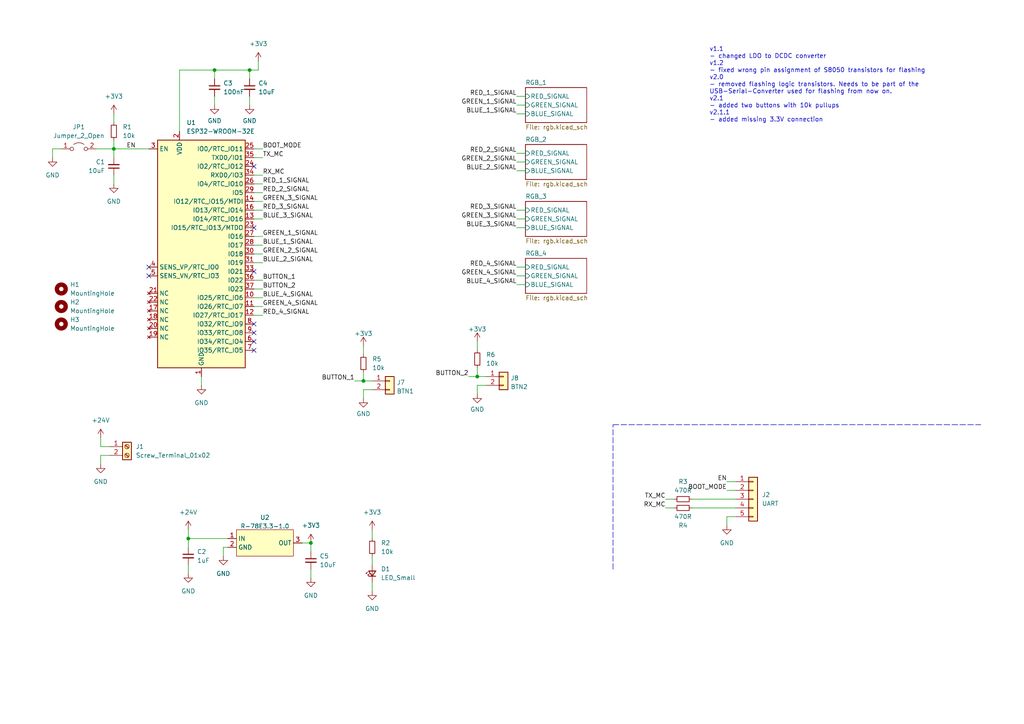
<source format=kicad_sch>
(kicad_sch (version 20211123) (generator eeschema)
  (paper "A4")
  (lib_symbols
    (symbol "Connector:Screw_Terminal_01x02" (pin_names (offset 1.016) hide)
      (property "Reference" "J" (at 0 2.54 0))
      (property "Value" "Screw_Terminal_01x02" (at 0 -5.08 0))
      (symbol "Screw_Terminal_01x02_1_1"
        (rectangle (start -1.27 1.27) (end 1.27 -3.81) (stroke (width 0.254)) (fill (type background)))
        (circle (center 0 -2.54) (radius 0.635) (stroke (width 0.1524)))
        (polyline (pts (xy -0.5334 -2.2098) (xy 0.3302 -3.048)) (stroke (width 0.1524)))
        (polyline (pts (xy -0.5334 0.3302) (xy 0.3302 -0.508)) (stroke (width 0.1524)))
        (polyline (pts (xy -0.3556 -2.032) (xy 0.508 -2.8702)) (stroke (width 0.1524)))
        (polyline (pts (xy -0.3556 0.508) (xy 0.508 -0.3302)) (stroke (width 0.1524)))
        (circle (center 0 0) (radius 0.635) (stroke (width 0.1524)))
        (pin passive line (at -5.08 0 0) (length 3.81) (name "Pin_1") (number "1"))
        (pin passive line (at -5.08 -2.54 0) (length 3.81) (name "Pin_2") (number "2"))
      )
    )
    (symbol "Connector_Generic:Conn_01x02" (pin_names (offset 1.016) hide)
      (property "Reference" "J" (at 0 2.54 0))
      (property "Value" "Conn_01x02" (at 0 -5.08 0))
      (symbol "Conn_01x02_1_1"
        (rectangle (start -1.27 -2.413) (end 0 -2.667) (stroke (width 0.1524)))
        (rectangle (start -1.27 0.127) (end 0 -0.127) (stroke (width 0.1524)))
        (rectangle (start -1.27 1.27) (end 1.27 -3.81) (stroke (width 0.254)) (fill (type background)))
        (pin passive line (at -5.08 0 0) (length 3.81) (name "Pin_1") (number "1"))
        (pin passive line (at -5.08 -2.54 0) (length 3.81) (name "Pin_2") (number "2"))
      )
    )
    (symbol "Connector_Generic:Conn_01x05" (pin_names (offset 1.016) hide)
      (property "Reference" "J" (at 0 7.62 0))
      (property "Value" "Conn_01x05" (at 0 -7.62 0))
      (symbol "Conn_01x05_1_1"
        (rectangle (start -1.27 -4.953) (end 0 -5.207) (stroke (width 0.1524)))
        (rectangle (start -1.27 -2.413) (end 0 -2.667) (stroke (width 0.1524)))
        (rectangle (start -1.27 0.127) (end 0 -0.127) (stroke (width 0.1524)))
        (rectangle (start -1.27 2.667) (end 0 2.413) (stroke (width 0.1524)))
        (rectangle (start -1.27 5.207) (end 0 4.953) (stroke (width 0.1524)))
        (rectangle (start -1.27 6.35) (end 1.27 -6.35) (stroke (width 0.254)) (fill (type background)))
        (pin passive line (at -5.08 5.08 0) (length 3.81) (name "Pin_1") (number "1"))
        (pin passive line (at -5.08 2.54 0) (length 3.81) (name "Pin_2") (number "2"))
        (pin passive line (at -5.08 0 0) (length 3.81) (name "Pin_3") (number "3"))
        (pin passive line (at -5.08 -2.54 0) (length 3.81) (name "Pin_4") (number "4"))
        (pin passive line (at -5.08 -5.08 0) (length 3.81) (name "Pin_5") (number "5"))
      )
    )
    (symbol "Device:C_Small" (pin_numbers hide) (pin_names (offset 0.254) hide)
      (property "Reference" "C" (at 0.254 1.778 0))
      (property "Value" "C_Small" (at 0.254 -2.032 0))
      (symbol "C_Small_0_1"
        (polyline (pts (xy -1.524 -0.508) (xy 1.524 -0.508)) (stroke (width 0.3302)))
        (polyline (pts (xy -1.524 0.508) (xy 1.524 0.508)) (stroke (width 0.3048)))
      )
      (symbol "C_Small_1_1"
        (pin passive line (at 0 2.54 270) (length 2.032) (name "~") (number "1"))
        (pin passive line (at 0 -2.54 90) (length 2.032) (name "~") (number "2"))
      )
    )
    (symbol "Device:LED_Small" (pin_numbers hide) (pin_names (offset 0.254) hide)
      (property "Reference" "D" (at -1.27 3.175 0))
      (property "Value" "LED_Small" (at -4.445 -2.54 0))
      (symbol "LED_Small_0_1"
        (polyline (pts (xy -0.762 -1.016) (xy -0.762 1.016)) (stroke (width 0.254)))
        (polyline (pts (xy 1.016 0) (xy -0.762 0)))
        (polyline (pts (xy 0.762 -1.016) (xy -0.762 0) (xy 0.762 1.016) (xy 0.762 -1.016)) (stroke (width 0.254)))
        (polyline (pts (xy 0 0.762) (xy -0.508 1.27) (xy -0.254 1.27) (xy -0.508 1.27) (xy -0.508 1.016)))
        (polyline (pts (xy 0.508 1.27) (xy 0 1.778) (xy 0.254 1.778) (xy 0 1.778) (xy 0 1.524)))
      )
      (symbol "LED_Small_1_1"
        (pin passive line (at -2.54 0 0) (length 1.778) (name "K") (number "1"))
        (pin passive line (at 2.54 0 180) (length 1.778) (name "A") (number "2"))
      )
    )
    (symbol "Device:R_Small" (pin_numbers hide) (pin_names (offset 0.254) hide)
      (property "Reference" "R" (at 0.762 0.508 0))
      (property "Value" "R_Small" (at 0.762 -1.016 0))
      (symbol "R_Small_0_1"
        (rectangle (start -0.762 1.778) (end 0.762 -1.778) (stroke (width 0.2032)))
      )
      (symbol "R_Small_1_1"
        (pin passive line (at 0 2.54 270) (length 0.762) (name "~") (number "1"))
        (pin passive line (at 0 -2.54 90) (length 0.762) (name "~") (number "2"))
      )
    )
    (symbol "Jumper:Jumper_2_Open" (pin_names (offset 0) hide)
      (property "Reference" "JP" (at 0 2.794 0))
      (property "Value" "Jumper_2_Open" (at 0 -2.286 0))
      (symbol "Jumper_2_Open_0_0"
        (circle (center -2.032 0) (radius 0.508))
        (circle (center 2.032 0) (radius 0.508))
      )
      (symbol "Jumper_2_Open_0_1"
        (arc (start 1.524 1.27) (mid 0 1.778) (end -1.524 1.27))
      )
      (symbol "Jumper_2_Open_1_1"
        (pin passive line (at -5.08 0 0) (length 2.54) (name "A") (number "1"))
        (pin passive line (at 5.08 0 180) (length 2.54) (name "B") (number "2"))
      )
    )
    (symbol "Mechanical:MountingHole" (pin_names (offset 1.016))
      (property "Reference" "H" (at 0 5.08 0))
      (property "Value" "MountingHole" (at 0 3.175 0))
      (symbol "MountingHole_0_1"
        (circle (center 0 0) (radius 1.27) (stroke (width 1.27)))
      )
    )
    (symbol "custom:ESP32-WROOM-32E"
      (property "Reference" "U" (at -12.7 34.29 0))
      (property "Value" "ESP32-WROOM-32E" (at 1.27 34.29 0))
      (symbol "ESP32-WROOM-32E_0_1"
        (rectangle (start -12.7 33.02) (end 12.7 -33.02) (stroke (width 0.254)) (fill (type background)))
      )
      (symbol "ESP32-WROOM-32E_1_1"
        (pin power_in line (at 0 -35.56 90) (length 2.54) (name "GND") (number "1"))
        (pin bidirectional line (at 15.24 -12.7 180) (length 2.54) (name "IO25/RTC_IO6") (number "10"))
        (pin bidirectional line (at 15.24 -15.24 180) (length 2.54) (name "IO26/RTC_IO7") (number "11"))
        (pin bidirectional line (at 15.24 -17.78 180) (length 2.54) (name "IO27/RTC_IO17") (number "12"))
        (pin bidirectional line (at 15.24 10.16 180) (length 2.54) (name "IO14/RTC_IO16") (number "13"))
        (pin bidirectional line (at 15.24 15.24 180) (length 2.54) (name "IO12/RTC_IO15/MTDI") (number "14"))
        (pin passive line (at 0 -35.56 90) (length 2.54) hide (name "GND") (number "15"))
        (pin bidirectional line (at 15.24 12.7 180) (length 2.54) (name "IO13/RTC_IO14") (number "16"))
        (pin no_connect line (at -15.24 -16.51 0) (length 2.54) (name "NC") (number "17"))
        (pin no_connect line (at -15.24 -19.05 0) (length 2.54) (name "NC") (number "18"))
        (pin no_connect line (at -15.24 -24.13 0) (length 2.54) (name "NC") (number "19"))
        (pin power_in line (at -6.35 35.56 270) (length 2.54) (name "VDD") (number "2"))
        (pin no_connect line (at -15.24 -21.59 0) (length 2.54) (name "NC") (number "20"))
        (pin no_connect line (at -15.24 -11.43 0) (length 2.54) (name "NC") (number "21"))
        (pin no_connect line (at -15.24 -13.97 0) (length 2.54) (name "NC") (number "22"))
        (pin bidirectional line (at 15.24 7.62 180) (length 2.54) (name "IO15/RTC_IO13/MTDO") (number "23"))
        (pin bidirectional line (at 15.24 25.4 180) (length 2.54) (name "IO2/RTC_IO12") (number "24"))
        (pin bidirectional line (at 15.24 30.48 180) (length 2.54) (name "IO0/RTC_IO11") (number "25"))
        (pin bidirectional line (at 15.24 20.32 180) (length 2.54) (name "IO4/RTC_IO10") (number "26"))
        (pin bidirectional line (at 15.24 5.08 180) (length 2.54) (name "IO16") (number "27"))
        (pin bidirectional line (at 15.24 2.54 180) (length 2.54) (name "IO17") (number "28"))
        (pin bidirectional line (at 15.24 17.78 180) (length 2.54) (name "IO5") (number "29"))
        (pin input line (at -15.24 30.48 0) (length 2.54) (name "EN") (number "3"))
        (pin bidirectional line (at 15.24 0 180) (length 2.54) (name "IO18") (number "30"))
        (pin bidirectional line (at 15.24 -2.54 180) (length 2.54) (name "IO19") (number "31"))
        (pin no_connect line (at -12.7 -27.94 0) (length 2.54) hide (name "NC") (number "32"))
        (pin bidirectional line (at 15.24 -5.08 180) (length 2.54) (name "IO21") (number "33"))
        (pin bidirectional line (at 15.24 22.86 180) (length 2.54) (name "RXD0/IO3") (number "34"))
        (pin bidirectional line (at 15.24 27.94 180) (length 2.54) (name "TXD0/IO1") (number "35"))
        (pin bidirectional line (at 15.24 -7.62 180) (length 2.54) (name "IO22") (number "36"))
        (pin bidirectional line (at 15.24 -10.16 180) (length 2.54) (name "IO23") (number "37"))
        (pin passive line (at 0 -35.56 90) (length 2.54) hide (name "GND") (number "38"))
        (pin passive line (at 0 -35.56 90) (length 2.54) hide (name "GND") (number "39"))
        (pin input line (at -15.24 -3.81 0) (length 2.54) (name "SENS_VP/RTC_IO0") (number "4"))
        (pin input line (at -15.24 -6.35 0) (length 2.54) (name "SENS_VN/RTC_IO3") (number "5"))
        (pin input line (at 15.24 -25.4 180) (length 2.54) (name "IO34/RTC_IO4") (number "6"))
        (pin input line (at 15.24 -27.94 180) (length 2.54) (name "IO35/RTC_IO5") (number "7"))
        (pin bidirectional line (at 15.24 -20.32 180) (length 2.54) (name "IO32/RTC_IO9") (number "8"))
        (pin bidirectional line (at 15.24 -22.86 180) (length 2.54) (name "IO33/RTC_IO8") (number "9"))
      )
    )
    (symbol "custom:TPS7B88"
      (property "Reference" "U" (at -7.62 2.54 0))
      (property "Value" "TPS7B88" (at -3.81 -6.35 0))
      (symbol "TPS7B88_0_1"
        (rectangle (start -8.89 2.54) (end 7.62 -5.08) (fill (type background)))
      )
      (symbol "TPS7B88_1_1"
        (pin input line (at -11.43 0 0) (length 2.54) (name "IN") (number "1"))
        (pin input line (at -11.43 -2.54 0) (length 2.54) (name "GND") (number "2"))
        (pin output line (at 10.16 -1.27 180) (length 2.54) (name "OUT") (number "3"))
      )
    )
    (symbol "power:+24V" (power) (pin_names (offset 0))
      (property "Value" "+24V" (at 0 3.556 0))
      (symbol "+24V_0_1"
        (polyline (pts (xy -0.762 1.27) (xy 0 2.54)))
        (polyline (pts (xy 0 0) (xy 0 2.54)))
        (polyline (pts (xy 0 2.54) (xy 0.762 1.27)))
      )
      (symbol "+24V_1_1"
        (pin power_in line (at 0 0 90) (length 0) hide (name "+24V") (number "1"))
      )
    )
    (symbol "power:+3V3" (power) (pin_names (offset 0))
      (property "Value" "+3V3" (at 0 3.556 0))
      (symbol "+3V3_0_1"
        (polyline (pts (xy -0.762 1.27) (xy 0 2.54)))
        (polyline (pts (xy 0 0) (xy 0 2.54)))
        (polyline (pts (xy 0 2.54) (xy 0.762 1.27)))
      )
      (symbol "+3V3_1_1"
        (pin power_in line (at 0 0 90) (length 0) hide (name "+3V3") (number "1"))
      )
    )
    (symbol "power:GND" (power) (pin_names (offset 0))
      (property "Value" "GND" (at 0 -3.81 0))
      (symbol "GND_0_1"
        (polyline (pts (xy 0 0) (xy 0 -1.27) (xy 1.27 -1.27) (xy 0 -2.54) (xy -1.27 -1.27) (xy 0 -1.27)))
      )
      (symbol "GND_1_1"
        (pin power_in line (at 0 0 270) (length 0) hide (name "GND") (number "1"))
      )
    )
  )
  (junction (at 72.39 20.32))
  (junction (at 33.02 43.18))
  (junction (at 62.23 20.32))
  (junction (at 54.61 156.21))
  (junction (at 105.41 110.49))
  (junction (at 90.17 157.48))
  (junction (at 138.43 109.22))
  (no_connect (at 73.66 66.04))
  (no_connect (at 73.66 78.74))
  (no_connect (at 73.66 48.26))
  (no_connect (at 73.66 93.98))
  (no_connect (at 73.66 96.52))
  (no_connect (at 73.66 99.06))
  (no_connect (at 73.66 101.6))
  (no_connect (at 43.18 77.47))
  (no_connect (at 43.18 80.01))
  (wire (pts (xy 105.41 113.03) (xy 105.41 115.57)))
  (wire (pts (xy 200.66 144.78) (xy 213.36 144.78)))
  (wire (pts (xy 73.66 71.12) (xy 76.2 71.12)))
  (wire (pts (xy 29.21 132.08) (xy 31.75 132.08)))
  (wire (pts (xy 33.02 43.18) (xy 33.02 45.72)))
  (wire (pts (xy 105.41 107.95) (xy 105.41 110.49)))
  (wire (pts (xy 33.02 50.8) (xy 33.02 53.34)))
  (wire (pts (xy 135.89 109.22) (xy 138.43 109.22)))
  (wire (pts (xy 29.21 134.62) (xy 29.21 132.08)))
  (wire (pts (xy 54.61 163.83) (xy 54.61 166.37)))
  (wire (pts (xy 43.18 43.18) (xy 33.02 43.18)))
  (wire (pts (xy 149.86 27.94) (xy 152.4 27.94)))
  (wire (pts (xy 149.86 46.99) (xy 152.4 46.99)))
  (wire (pts (xy 138.43 109.22) (xy 140.97 109.22)))
  (wire (pts (xy 29.21 129.54) (xy 31.75 129.54)))
  (wire (pts (xy 107.95 113.03) (xy 105.41 113.03)))
  (wire (pts (xy 73.66 60.96) (xy 76.2 60.96)))
  (wire (pts (xy 29.21 127) (xy 29.21 129.54)))
  (wire (pts (xy 210.82 142.24) (xy 213.36 142.24)))
  (wire (pts (xy 52.07 38.1) (xy 52.07 20.32)))
  (wire (pts (xy 58.42 109.22) (xy 58.42 111.76)))
  (wire (pts (xy 62.23 27.94) (xy 62.23 30.48)))
  (wire (pts (xy 107.95 161.29) (xy 107.95 163.83)))
  (wire (pts (xy 33.02 33.02) (xy 33.02 35.56)))
  (wire (pts (xy 72.39 27.94) (xy 72.39 30.48)))
  (wire (pts (xy 64.77 158.75) (xy 64.77 161.29)))
  (wire (pts (xy 73.66 63.5) (xy 76.2 63.5)))
  (wire (pts (xy 54.61 153.67) (xy 54.61 156.21)))
  (wire (pts (xy 193.04 147.32) (xy 195.58 147.32)))
  (wire (pts (xy 193.04 144.78) (xy 195.58 144.78)))
  (wire (pts (xy 73.66 53.34) (xy 76.2 53.34)))
  (wire (pts (xy 149.86 66.04) (xy 152.4 66.04)))
  (wire (pts (xy 73.66 88.9) (xy 76.2 88.9)))
  (wire (pts (xy 33.02 43.18) (xy 33.02 40.64)))
  (wire (pts (xy 73.66 68.58) (xy 76.2 68.58)))
  (wire (pts (xy 73.66 55.88) (xy 76.2 55.88)))
  (wire (pts (xy 105.41 100.33) (xy 105.41 102.87)))
  (polyline (pts (xy 177.8 123.19) (xy 284.48 123.19)))
  (wire (pts (xy 140.97 111.76) (xy 138.43 111.76)))
  (wire (pts (xy 90.17 165.1) (xy 90.17 167.64)))
  (wire (pts (xy 73.66 45.72) (xy 76.2 45.72)))
  (wire (pts (xy 105.41 110.49) (xy 107.95 110.49)))
  (wire (pts (xy 149.86 30.48) (xy 152.4 30.48)))
  (wire (pts (xy 73.66 43.18) (xy 76.2 43.18)))
  (wire (pts (xy 210.82 152.4) (xy 210.82 149.86)))
  (wire (pts (xy 138.43 111.76) (xy 138.43 114.3)))
  (wire (pts (xy 62.23 22.86) (xy 62.23 20.32)))
  (wire (pts (xy 17.78 43.18) (xy 15.24 43.18)))
  (wire (pts (xy 73.66 76.2) (xy 76.2 76.2)))
  (wire (pts (xy 149.86 49.53) (xy 152.4 49.53)))
  (wire (pts (xy 66.04 158.75) (xy 64.77 158.75)))
  (wire (pts (xy 138.43 99.06) (xy 138.43 101.6)))
  (wire (pts (xy 73.66 81.28) (xy 76.2 81.28)))
  (wire (pts (xy 149.86 77.47) (xy 152.4 77.47)))
  (wire (pts (xy 210.82 139.7) (xy 213.36 139.7)))
  (wire (pts (xy 73.66 83.82) (xy 76.2 83.82)))
  (wire (pts (xy 200.66 147.32) (xy 213.36 147.32)))
  (wire (pts (xy 74.93 17.78) (xy 74.93 20.32)))
  (wire (pts (xy 90.17 157.48) (xy 90.17 160.02)))
  (wire (pts (xy 149.86 44.45) (xy 152.4 44.45)))
  (wire (pts (xy 149.86 33.02) (xy 152.4 33.02)))
  (wire (pts (xy 138.43 106.68) (xy 138.43 109.22)))
  (wire (pts (xy 73.66 86.36) (xy 76.2 86.36)))
  (wire (pts (xy 73.66 58.42) (xy 76.2 58.42)))
  (wire (pts (xy 72.39 22.86) (xy 72.39 20.32)))
  (wire (pts (xy 27.94 43.18) (xy 33.02 43.18)))
  (wire (pts (xy 66.04 156.21) (xy 54.61 156.21)))
  (wire (pts (xy 107.95 153.67) (xy 107.95 156.21)))
  (wire (pts (xy 149.86 80.01) (xy 152.4 80.01)))
  (wire (pts (xy 149.86 60.96) (xy 152.4 60.96)))
  (wire (pts (xy 72.39 20.32) (xy 74.93 20.32)))
  (wire (pts (xy 73.66 73.66) (xy 76.2 73.66)))
  (wire (pts (xy 102.87 110.49) (xy 105.41 110.49)))
  (wire (pts (xy 210.82 149.86) (xy 213.36 149.86)))
  (wire (pts (xy 87.63 157.48) (xy 90.17 157.48)))
  (wire (pts (xy 54.61 156.21) (xy 54.61 158.75)))
  (polyline (pts (xy 177.8 165.1) (xy 177.8 123.19)))
  (wire (pts (xy 62.23 20.32) (xy 72.39 20.32)))
  (wire (pts (xy 73.66 91.44) (xy 76.2 91.44)))
  (wire (pts (xy 73.66 50.8) (xy 76.2 50.8)))
  (wire (pts (xy 15.24 43.18) (xy 15.24 45.72)))
  (wire (pts (xy 52.07 20.32) (xy 62.23 20.32)))
  (wire (pts (xy 107.95 168.91) (xy 107.95 171.45)))
  (wire (pts (xy 149.86 82.55) (xy 152.4 82.55)))
  (wire (pts (xy 149.86 63.5) (xy 152.4 63.5)))
  (text "v1.1\n- changed LDO to DCDC converter\nv1.2\n- fixed wrong pin assignment of S8050 transistors for flashing\nv2.0\n- removed flashing logic transistors. Needs to be part of the\nUSB-Serial-Converter used for flashing from now on.\nv2.1\n- added two buttons with 10k pullups\nv2.1.1\n- added missing 3.3V connection" (at 205.74 35.56 0) (effects (font (size 1.27 1.27)) (justify left bottom)))
  (label "GREEN_1_SIGNAL" (at 149.86 30.48 180))
  (label "BUTTON_1" (at 76.2 81.28 0))
  (label "GREEN_4_SIGNAL" (at 149.86 80.01 180))
  (label "RED_2_SIGNAL" (at 149.86 44.45 180))
  (label "BOOT_MODE" (at 76.2 43.18 0))
  (label "RED_3_SIGNAL" (at 149.86 60.96 180))
  (label "GREEN_3_SIGNAL" (at 149.86 63.5 180))
  (label "RED_1_SIGNAL" (at 149.86 27.94 180))
  (label "GREEN_4_SIGNAL" (at 76.2 88.9 0))
  (label "GREEN_2_SIGNAL" (at 149.86 46.99 180))
  (label "BOOT_MODE" (at 210.82 142.24 180))
  (label "BUTTON_2" (at 76.2 83.82 0))
  (label "BLUE_1_SIGNAL" (at 149.86 33.02 180))
  (label "TX_MC" (at 76.2 45.72 0))
  (label "RED_4_SIGNAL" (at 149.86 77.47 180))
  (label "BLUE_1_SIGNAL" (at 76.2 71.12 0))
  (label "BLUE_3_SIGNAL" (at 76.2 63.5 0))
  (label "RX_MC" (at 76.2 50.8 0))
  (label "RED_3_SIGNAL" (at 76.2 60.96 0))
  (label "GREEN_3_SIGNAL" (at 76.2 58.42 0))
  (label "BLUE_3_SIGNAL" (at 149.86 66.04 180))
  (label "BLUE_4_SIGNAL" (at 76.2 86.36 0))
  (label "RED_2_SIGNAL" (at 76.2 55.88 0))
  (label "TX_MC" (at 193.04 144.78 180))
  (label "BLUE_2_SIGNAL" (at 76.2 76.2 0))
  (label "BUTTON_2" (at 135.89 109.22 180))
  (label "BLUE_2_SIGNAL" (at 149.86 49.53 180))
  (label "GREEN_1_SIGNAL" (at 76.2 68.58 0))
  (label "RED_1_SIGNAL" (at 76.2 53.34 0))
  (label "EN" (at 39.37 43.18 180))
  (label "BLUE_4_SIGNAL" (at 149.86 82.55 180))
  (label "BUTTON_1" (at 102.87 110.49 180))
  (label "GREEN_2_SIGNAL" (at 76.2 73.66 0))
  (label "RED_4_SIGNAL" (at 76.2 91.44 0))
  (label "EN" (at 210.82 139.7 180))
  (label "RX_MC" (at 193.04 147.32 180))
  (symbol (lib_id "Device:R_Small") (at 105.41 105.41 180) (unit 1)
    (property "Reference" "R5" (at 107.95 104.1399 0) (effects (justify right)))
    (property "Value" "10k" (at 107.95 106.6799 0) (effects (justify right)))
    (property "Footprint" "Resistor_SMD:R_0603_1608Metric" (effects hide))
  )
  (symbol (lib_id "Device:R_Small") (at 33.02 38.1 0) (unit 1)
    (property "Reference" "R1" (at 35.56 36.8299 0) (effects (justify left)))
    (property "Value" "10k" (at 35.56 39.3699 0) (effects (justify left)))
    (property "Footprint" "Resistor_SMD:R_0603_1608Metric" (effects hide))
  )
  (symbol (lib_id "power:GND") (at 107.95 171.45 0) (unit 1)
    (property "Reference" "#PWR0116" (effects hide))
    (property "Value" "GND" (at 107.95 176.53 0))
  )
  (symbol (lib_id "power:+3V3") (at 74.93 17.78 0) (unit 1)
    (property "Reference" "#PWR0107" (effects hide))
    (property "Value" "+3V3" (at 74.93 12.7 0))
  )
  (symbol (lib_id "Device:R_Small") (at 107.95 158.75 180) (unit 1)
    (property "Reference" "R2" (at 110.49 157.4799 0) (effects (justify right)))
    (property "Value" "10k" (at 110.49 160.0199 0) (effects (justify right)))
    (property "Footprint" "Resistor_SMD:R_0603_1608Metric" (effects hide))
  )
  (symbol (lib_id "Device:C_Small") (at 54.61 161.29 0) (unit 1)
    (property "Reference" "C2" (at 57.15 160.0262 0) (effects (justify left)))
    (property "Value" "1uF" (at 57.15 162.5662 0) (effects (justify left)))
    (property "Footprint" "Capacitor_SMD:C_0805_2012Metric" (effects hide))
    (property "MPN" "UMF212B7105KGHT" (effects hide))
  )
  (symbol (lib_id "power:GND") (at 90.17 167.64 0) (unit 1)
    (property "Reference" "#PWR0114" (effects hide))
    (property "Value" "GND" (at 90.17 172.72 0))
  )
  (symbol (lib_id "power:GND") (at 105.41 115.57 0) (unit 1)
    (property "Reference" "#PWR02" (effects hide))
    (property "Value" "GND" (at 105.41 120.0134 0))
  )
  (symbol (lib_id "Device:C_Small") (at 33.02 48.26 0) (mirror x) (unit 1)
    (property "Reference" "C1" (at 30.48 46.9835 0) (effects (justify right)))
    (property "Value" "10uF" (at 30.48 49.5235 0) (effects (justify right)))
    (property "Footprint" "Capacitor_SMD:C_0805_2012Metric" (effects hide))
  )
  (symbol (lib_id "power:+3V3") (at 138.43 99.06 0) (unit 1)
    (property "Reference" "#PWR03" (effects hide))
    (property "Value" "+3V3" (at 138.43 95.4842 0))
  )
  (symbol (lib_id "Mechanical:MountingHole") (at 17.78 88.9 0) (unit 1)
    (property "Reference" "H2" (at 20.32 87.6299 0) (effects (justify left)))
    (property "Value" "MountingHole" (at 20.32 90.1699 0) (effects (justify left)))
    (property "Footprint" "custom:MountingHole_3.2mm_M3_ISO7380" (effects hide))
  )
  (symbol (lib_id "Connector_Generic:Conn_01x05") (at 218.44 144.78 0) (unit 1)
    (property "Reference" "J2" (at 220.98 143.5099 0) (effects (justify left)))
    (property "Value" "UART" (at 220.98 146.0499 0) (effects (justify left)))
    (property "Footprint" "Connector_PinHeader_2.54mm:PinHeader_1x05_P2.54mm_Vertical" (effects hide))
  )
  (symbol (lib_id "custom:TPS7B88") (at 77.47 156.21 0) (unit 1)
    (property "Reference" "U2" (at 76.835 150.0972 0))
    (property "Value" "R-78E3.3-1.0" (at 76.835 152.6341 0))
    (property "Footprint" "Package_SIP:SIP3_11.6x8.5mm" (effects hide))
    (property "MPN" "TPS7B8833QKVURQ1" (effects hide))
  )
  (symbol (lib_id "Connector_Generic:Conn_01x02") (at 113.03 110.49 0) (unit 1)
    (property "Reference" "J7" (at 115.062 110.9253 0) (effects (justify left)))
    (property "Value" "BTN1" (at 115.062 113.4622 0) (effects (justify left)))
    (property "Footprint" "Connector_PinSocket_2.54mm:PinSocket_1x02_P2.54mm_Vertical" (effects hide))
  )
  (symbol (lib_id "power:+3V3") (at 105.41 100.33 0) (unit 1)
    (property "Reference" "#PWR01" (effects hide))
    (property "Value" "+3V3" (at 105.41 96.7542 0))
  )
  (symbol (lib_id "power:+24V") (at 54.61 153.67 0) (unit 1)
    (property "Reference" "#PWR0108" (effects hide))
    (property "Value" "+24V" (at 54.61 148.59 0))
  )
  (symbol (lib_id "power:GND") (at 29.21 134.62 0) (unit 1)
    (property "Reference" "#PWR0110" (effects hide))
    (property "Value" "GND" (at 29.21 139.7 0))
  )
  (symbol (lib_id "power:GND") (at 64.77 161.29 0) (unit 1)
    (property "Reference" "#PWR0111" (effects hide))
    (property "Value" "GND" (at 64.77 166.37 0))
  )
  (symbol (lib_id "Jumper:Jumper_2_Open") (at 22.86 43.18 0) (unit 1)
    (property "Reference" "JP1" (at 22.86 36.83 0))
    (property "Value" "Jumper_2_Open" (at 22.86 39.37 0))
    (property "Footprint" "Connector_PinHeader_2.54mm:PinHeader_1x02_P2.54mm_Vertical" (effects hide))
  )
  (symbol (lib_id "Connector_Generic:Conn_01x02") (at 146.05 109.22 0) (unit 1)
    (property "Reference" "J8" (at 148.082 109.6553 0) (effects (justify left)))
    (property "Value" "BTN2" (at 148.082 112.1922 0) (effects (justify left)))
    (property "Footprint" "Connector_PinSocket_2.54mm:PinSocket_1x02_P2.54mm_Vertical" (effects hide))
  )
  (symbol (lib_id "power:GND") (at 62.23 30.48 0) (unit 1)
    (property "Reference" "#PWR0104" (effects hide))
    (property "Value" "GND" (at 62.23 35.0425 0))
  )
  (symbol (lib_id "Device:C_Small") (at 72.39 25.4 0) (mirror y) (unit 1)
    (property "Reference" "C4" (at 74.93 24.1362 0) (effects (justify right)))
    (property "Value" "10uF" (at 74.93 26.6762 0) (effects (justify right)))
    (property "Footprint" "Capacitor_SMD:C_0805_2012Metric" (effects hide))
  )
  (symbol (lib_id "power:GND") (at 138.43 114.3 0) (unit 1)
    (property "Reference" "#PWR04" (effects hide))
    (property "Value" "GND" (at 138.43 118.7434 0))
  )
  (symbol (lib_id "Connector:Screw_Terminal_01x02") (at 36.83 129.54 0) (unit 1)
    (property "Reference" "J1" (at 39.37 129.5399 0) (effects (justify left)))
    (property "Value" "Screw_Terminal_01x02" (at 39.37 132.0799 0) (effects (justify left)))
    (property "Footprint" "TerminalBlock_Phoenix:TerminalBlock_Phoenix_MKDS-1,5-2_1x02_P5.00mm_Horizontal" (effects hide))
    (property "MPN" "1935161" (effects hide))
  )
  (symbol (lib_id "Device:R_Small") (at 138.43 104.14 180) (unit 1)
    (property "Reference" "R6" (at 140.97 102.8699 0) (effects (justify right)))
    (property "Value" "10k" (at 140.97 105.4099 0) (effects (justify right)))
    (property "Footprint" "Resistor_SMD:R_0603_1608Metric" (effects hide))
  )
  (symbol (lib_id "power:GND") (at 33.02 53.34 0) (unit 1)
    (property "Reference" "#PWR0103" (effects hide))
    (property "Value" "GND" (at 33.02 58.42 0))
  )
  (symbol (lib_id "power:GND") (at 54.61 166.37 0) (unit 1)
    (property "Reference" "#PWR0109" (effects hide))
    (property "Value" "GND" (at 54.61 171.45 0))
  )
  (symbol (lib_id "Mechanical:MountingHole") (at 17.78 83.82 0) (unit 1)
    (property "Reference" "H1" (at 20.32 82.5499 0) (effects (justify left)))
    (property "Value" "MountingHole" (at 20.32 85.0899 0) (effects (justify left)))
    (property "Footprint" "custom:MountingHole_3.2mm_M3_ISO7380" (effects hide))
  )
  (symbol (lib_id "power:GND") (at 58.42 111.76 0) (unit 1)
    (property "Reference" "#PWR0112" (effects hide))
    (property "Value" "GND" (at 58.42 116.84 0))
  )
  (symbol (lib_id "power:+3V3") (at 107.95 153.67 0) (unit 1)
    (property "Reference" "#PWR0117" (effects hide))
    (property "Value" "+3V3" (at 107.95 148.59 0))
  )
  (symbol (lib_id "Device:C_Small") (at 90.17 162.56 0) (mirror y) (unit 1)
    (property "Reference" "C5" (at 92.71 161.2962 0) (effects (justify right)))
    (property "Value" "10uF" (at 92.71 163.8362 0) (effects (justify right)))
    (property "Footprint" "Capacitor_SMD:C_0805_2012Metric" (effects hide))
  )
  (symbol (lib_id "power:GND") (at 210.82 152.4 0) (unit 1)
    (property "Reference" "#PWR0106" (effects hide))
    (property "Value" "GND" (at 210.82 157.48 0))
  )
  (symbol (lib_id "Device:LED_Small") (at 107.95 166.37 90) (unit 1)
    (property "Reference" "D1" (at 110.49 165.0364 90) (effects (justify right)))
    (property "Value" "LED_Small" (at 110.49 167.5764 90) (effects (justify right)))
    (property "Footprint" "LED_SMD:LED_0603_1608Metric" (effects hide))
  )
  (symbol (lib_id "power:+24V") (at 29.21 127 0) (unit 1)
    (property "Reference" "#PWR0113" (effects hide))
    (property "Value" "+24V" (at 29.21 121.92 0))
  )
  (symbol (lib_id "Mechanical:MountingHole") (at 17.78 93.98 0) (unit 1)
    (property "Reference" "H3" (at 20.32 92.7099 0) (effects (justify left)))
    (property "Value" "MountingHole" (at 20.32 95.2499 0) (effects (justify left)))
    (property "Footprint" "custom:MountingHole_3.2mm_M3_ISO7380" (effects hide))
  )
  (symbol (lib_id "custom:ESP32-WROOM-32E") (at 58.42 73.66 0) (unit 1)
    (property "Reference" "U1" (at 54.0894 35.56 0) (effects (justify left)))
    (property "Value" "ESP32-WROOM-32E" (at 54.0894 38.1 0) (effects (justify left)))
    (property "Footprint" "Espressif:ESP32-WROOM-32E" (effects hide))
    (property "Datasheet" "https://www.espressif.com/sites/default/files/documentation/esp32-wroom-32_datasheet_en.pdf" (effects hide))
  )
  (symbol (lib_id "power:+3V3") (at 33.02 33.02 0) (unit 1)
    (property "Reference" "#PWR0101" (effects hide))
    (property "Value" "+3V3" (at 33.02 27.94 0))
  )
  (symbol (lib_id "Device:C_Small") (at 62.23 25.4 0) (mirror y) (unit 1)
    (property "Reference" "C3" (at 64.77 24.1362 0) (effects (justify right)))
    (property "Value" "100nF" (at 64.77 26.6762 0) (effects (justify right)))
    (property "Footprint" "Capacitor_SMD:C_0603_1608Metric" (effects hide))
  )
  (symbol (lib_id "power:GND") (at 72.39 30.48 0) (unit 1)
    (property "Reference" "#PWR0105" (effects hide))
    (property "Value" "GND" (at 72.39 35.0425 0))
  )
  (symbol (lib_id "power:+3V3") (at 90.17 157.48 0) (unit 1)
    (property "Reference" "#PWR0115" (effects hide))
    (property "Value" "+3V3" (at 90.17 152.4 0))
  )
  (symbol (lib_id "power:GND") (at 15.24 45.72 0) (unit 1)
    (property "Reference" "#PWR0102" (effects hide))
    (property "Value" "GND" (at 15.24 50.8 0))
  )
  (symbol (lib_id "Device:R_Small") (at 198.12 144.78 90) (unit 1)
    (property "Reference" "R3" (at 198.12 139.7 90))
    (property "Value" "470R" (at 198.12 142.24 90))
    (property "Footprint" "Resistor_SMD:R_0603_1608Metric" (effects hide))
  )
  (symbol (lib_id "Device:R_Small") (at 198.12 147.32 90) (mirror x) (unit 1)
    (property "Reference" "R4" (at 198.12 152.4 90))
    (property "Value" "470R" (at 198.12 149.86 90))
    (property "Footprint" "Resistor_SMD:R_0603_1608Metric" (effects hide))
  )
  (sheet (at 152.4 25.4) (size 17.78 10.16) (stroke (width 0.1524))
    (property "Sheet name" "RGB_1" (at 152.4 24.6884 0) (effects (justify left bottom)))
    (property "Sheet file" "rgb.kicad_sch" (at 152.4 36.1446 0) (effects (justify left top)))
    (pin "RED_SIGNAL" input (at 152.4 27.94 180))
    (pin "GREEN_SIGNAL" input (at 152.4 30.48 180))
    (pin "BLUE_SIGNAL" input (at 152.4 33.02 180))
  )
  (sheet (at 152.4 74.93) (size 17.78 10.16) (stroke (width 0.1524))
    (property "Sheet name" "RGB_4" (at 152.4 74.2184 0) (effects (justify left bottom)))
    (property "Sheet file" "rgb.kicad_sch" (at 152.4 85.6746 0) (effects (justify left top)))
    (pin "RED_SIGNAL" input (at 152.4 77.47 180))
    (pin "GREEN_SIGNAL" input (at 152.4 80.01 180))
    (pin "BLUE_SIGNAL" input (at 152.4 82.55 180))
  )
  (sheet (at 152.4 58.42) (size 17.78 10.16) (stroke (width 0.1524))
    (property "Sheet name" "RGB_3" (at 152.4 57.7084 0) (effects (justify left bottom)))
    (property "Sheet file" "rgb.kicad_sch" (at 152.4 69.1646 0) (effects (justify left top)))
    (pin "RED_SIGNAL" input (at 152.4 60.96 180))
    (pin "GREEN_SIGNAL" input (at 152.4 63.5 180))
    (pin "BLUE_SIGNAL" input (at 152.4 66.04 180))
  )
  (sheet (at 152.4 41.91) (size 17.78 10.16) (stroke (width 0.1524))
    (property "Sheet name" "RGB_2" (at 152.4 41.1984 0) (effects (justify left bottom)))
    (property "Sheet file" "rgb.kicad_sch" (at 152.4 52.6546 0) (effects (justify left top)))
    (pin "RED_SIGNAL" input (at 152.4 44.45 180))
    (pin "GREEN_SIGNAL" input (at 152.4 46.99 180))
    (pin "BLUE_SIGNAL" input (at 152.4 49.53 180))
  )
)
</source>
